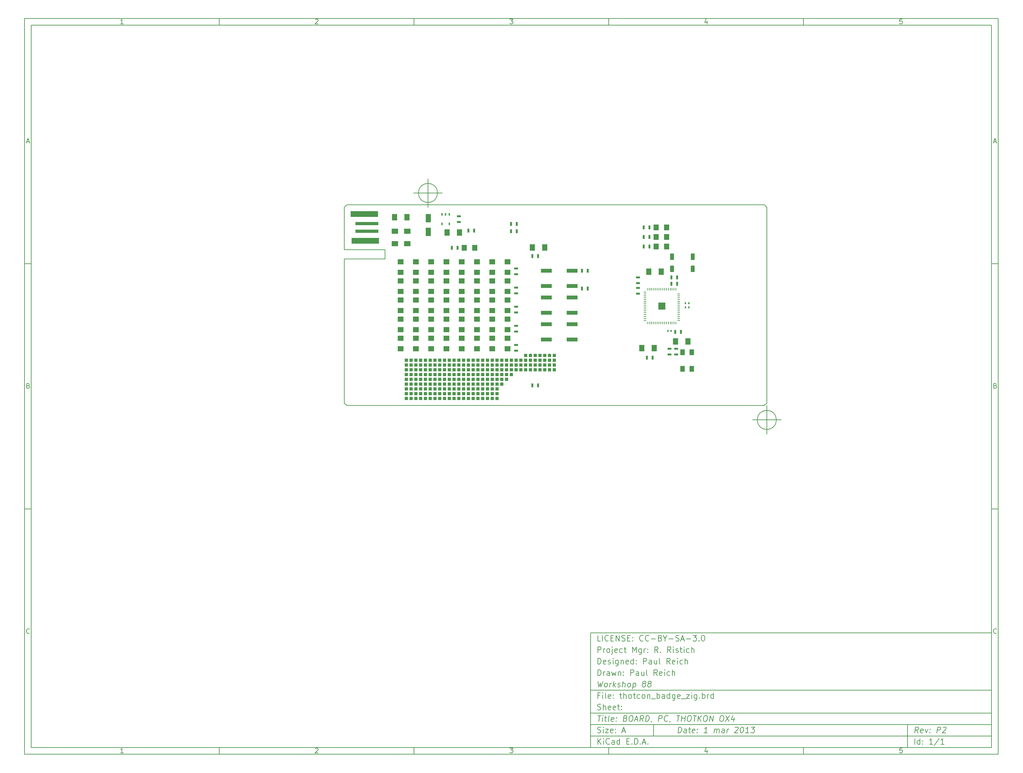
<source format=gtp>
G04 (created by PCBNEW (2012-11-15 BZR 3804)-stable) date Fri 01 Mar 2013 04:47:19 CST*
%MOIN*%
G04 Gerber Fmt 3.4, Leading zero omitted, Abs format*
%FSLAX34Y34*%
G01*
G70*
G90*
G04 APERTURE LIST*
%ADD10C,0.006*%
%ADD11C,0.00590551*%
%ADD12R,0.052X0.07*%
%ADD13R,0.00756693X0.02806*%
%ADD14R,0.02806X0.00756693*%
%ADD15R,0.0747402X0.0747402*%
%ADD16R,0.0476063X0.0617795*%
%ADD17R,0.044063X0.0653228*%
%ADD18R,0.032X0.032*%
%ADD19R,0.0547X0.09016*%
%ADD20R,0.115X0.043*%
%ADD21R,0.016X0.025*%
%ADD22R,0.07X0.052*%
%ADD23R,0.0385X0.0205*%
%ADD24R,0.0205X0.0385*%
%ADD25R,0.01213X0.01924*%
%ADD26R,0.286X0.061*%
%ADD27R,0.241X0.034*%
%ADD28R,0.05461X0.06181*%
%ADD29R,0.06181X0.05461*%
G04 APERTURE END LIST*
G54D10*
X-38750Y36250D02*
X63250Y36250D01*
X63250Y-40750D01*
X-38750Y-40750D01*
X-38750Y36250D01*
X-38050Y35550D02*
X62550Y35550D01*
X62550Y-40050D01*
X-38050Y-40050D01*
X-38050Y35550D01*
X-18350Y36250D02*
X-18350Y35550D01*
X-28407Y35697D02*
X-28692Y35697D01*
X-28550Y35697D02*
X-28550Y36197D01*
X-28597Y36126D01*
X-28645Y36078D01*
X-28692Y36054D01*
X-18350Y-40750D02*
X-18350Y-40050D01*
X-28407Y-40602D02*
X-28692Y-40602D01*
X-28550Y-40602D02*
X-28550Y-40102D01*
X-28597Y-40173D01*
X-28645Y-40221D01*
X-28692Y-40245D01*
X2050Y36250D02*
X2050Y35550D01*
X-8292Y36150D02*
X-8269Y36173D01*
X-8221Y36197D01*
X-8102Y36197D01*
X-8054Y36173D01*
X-8030Y36150D01*
X-8007Y36102D01*
X-8007Y36054D01*
X-8030Y35983D01*
X-8316Y35697D01*
X-8007Y35697D01*
X2050Y-40750D02*
X2050Y-40050D01*
X-8292Y-40150D02*
X-8269Y-40126D01*
X-8221Y-40102D01*
X-8102Y-40102D01*
X-8054Y-40126D01*
X-8030Y-40150D01*
X-8007Y-40197D01*
X-8007Y-40245D01*
X-8030Y-40316D01*
X-8316Y-40602D01*
X-8007Y-40602D01*
X22450Y36250D02*
X22450Y35550D01*
X12083Y36197D02*
X12392Y36197D01*
X12226Y36007D01*
X12297Y36007D01*
X12345Y35983D01*
X12369Y35959D01*
X12392Y35911D01*
X12392Y35792D01*
X12369Y35745D01*
X12345Y35721D01*
X12297Y35697D01*
X12154Y35697D01*
X12107Y35721D01*
X12083Y35745D01*
X22450Y-40750D02*
X22450Y-40050D01*
X12083Y-40102D02*
X12392Y-40102D01*
X12226Y-40292D01*
X12297Y-40292D01*
X12345Y-40316D01*
X12369Y-40340D01*
X12392Y-40388D01*
X12392Y-40507D01*
X12369Y-40554D01*
X12345Y-40578D01*
X12297Y-40602D01*
X12154Y-40602D01*
X12107Y-40578D01*
X12083Y-40554D01*
X42850Y36250D02*
X42850Y35550D01*
X32745Y36030D02*
X32745Y35697D01*
X32626Y36221D02*
X32507Y35864D01*
X32816Y35864D01*
X42850Y-40750D02*
X42850Y-40050D01*
X32745Y-40269D02*
X32745Y-40602D01*
X32626Y-40078D02*
X32507Y-40435D01*
X32816Y-40435D01*
X53169Y36197D02*
X52930Y36197D01*
X52907Y35959D01*
X52930Y35983D01*
X52978Y36007D01*
X53097Y36007D01*
X53145Y35983D01*
X53169Y35959D01*
X53192Y35911D01*
X53192Y35792D01*
X53169Y35745D01*
X53145Y35721D01*
X53097Y35697D01*
X52978Y35697D01*
X52930Y35721D01*
X52907Y35745D01*
X53169Y-40102D02*
X52930Y-40102D01*
X52907Y-40340D01*
X52930Y-40316D01*
X52978Y-40292D01*
X53097Y-40292D01*
X53145Y-40316D01*
X53169Y-40340D01*
X53192Y-40388D01*
X53192Y-40507D01*
X53169Y-40554D01*
X53145Y-40578D01*
X53097Y-40602D01*
X52978Y-40602D01*
X52930Y-40578D01*
X52907Y-40554D01*
X-38750Y10590D02*
X-38050Y10590D01*
X-38519Y23360D02*
X-38280Y23360D01*
X-38566Y23217D02*
X-38399Y23717D01*
X-38233Y23217D01*
X63250Y10590D02*
X62550Y10590D01*
X62780Y23360D02*
X63019Y23360D01*
X62733Y23217D02*
X62900Y23717D01*
X63066Y23217D01*
X-38750Y-15070D02*
X-38050Y-15070D01*
X-38364Y-2180D02*
X-38292Y-2204D01*
X-38269Y-2228D01*
X-38245Y-2275D01*
X-38245Y-2347D01*
X-38269Y-2394D01*
X-38292Y-2418D01*
X-38340Y-2442D01*
X-38530Y-2442D01*
X-38530Y-1942D01*
X-38364Y-1942D01*
X-38316Y-1966D01*
X-38292Y-1990D01*
X-38269Y-2037D01*
X-38269Y-2085D01*
X-38292Y-2132D01*
X-38316Y-2156D01*
X-38364Y-2180D01*
X-38530Y-2180D01*
X63250Y-15070D02*
X62550Y-15070D01*
X62935Y-2180D02*
X63007Y-2204D01*
X63030Y-2228D01*
X63054Y-2275D01*
X63054Y-2347D01*
X63030Y-2394D01*
X63007Y-2418D01*
X62959Y-2442D01*
X62769Y-2442D01*
X62769Y-1942D01*
X62935Y-1942D01*
X62983Y-1966D01*
X63007Y-1990D01*
X63030Y-2037D01*
X63030Y-2085D01*
X63007Y-2132D01*
X62983Y-2156D01*
X62935Y-2180D01*
X62769Y-2180D01*
X-38245Y-28054D02*
X-38269Y-28078D01*
X-38340Y-28102D01*
X-38388Y-28102D01*
X-38459Y-28078D01*
X-38507Y-28030D01*
X-38530Y-27983D01*
X-38554Y-27888D01*
X-38554Y-27816D01*
X-38530Y-27721D01*
X-38507Y-27673D01*
X-38459Y-27626D01*
X-38388Y-27602D01*
X-38340Y-27602D01*
X-38269Y-27626D01*
X-38245Y-27650D01*
X63054Y-28054D02*
X63030Y-28078D01*
X62959Y-28102D01*
X62911Y-28102D01*
X62840Y-28078D01*
X62792Y-28030D01*
X62769Y-27983D01*
X62745Y-27888D01*
X62745Y-27816D01*
X62769Y-27721D01*
X62792Y-27673D01*
X62840Y-27626D01*
X62911Y-27602D01*
X62959Y-27602D01*
X63030Y-27626D01*
X63054Y-27650D01*
X29700Y-38492D02*
X29775Y-37892D01*
X29917Y-37892D01*
X30000Y-37921D01*
X30050Y-37978D01*
X30071Y-38035D01*
X30085Y-38150D01*
X30075Y-38235D01*
X30032Y-38350D01*
X29996Y-38407D01*
X29932Y-38464D01*
X29842Y-38492D01*
X29700Y-38492D01*
X30557Y-38492D02*
X30596Y-38178D01*
X30575Y-38121D01*
X30521Y-38092D01*
X30407Y-38092D01*
X30346Y-38121D01*
X30560Y-38464D02*
X30500Y-38492D01*
X30357Y-38492D01*
X30303Y-38464D01*
X30282Y-38407D01*
X30289Y-38350D01*
X30325Y-38292D01*
X30385Y-38264D01*
X30528Y-38264D01*
X30589Y-38235D01*
X30807Y-38092D02*
X31035Y-38092D01*
X30917Y-37892D02*
X30853Y-38407D01*
X30875Y-38464D01*
X30928Y-38492D01*
X30985Y-38492D01*
X31417Y-38464D02*
X31357Y-38492D01*
X31242Y-38492D01*
X31189Y-38464D01*
X31167Y-38407D01*
X31196Y-38178D01*
X31232Y-38121D01*
X31292Y-38092D01*
X31407Y-38092D01*
X31460Y-38121D01*
X31482Y-38178D01*
X31475Y-38235D01*
X31182Y-38292D01*
X31707Y-38435D02*
X31732Y-38464D01*
X31700Y-38492D01*
X31675Y-38464D01*
X31707Y-38435D01*
X31700Y-38492D01*
X31746Y-38121D02*
X31771Y-38150D01*
X31739Y-38178D01*
X31714Y-38150D01*
X31746Y-38121D01*
X31739Y-38178D01*
X32757Y-38492D02*
X32414Y-38492D01*
X32585Y-38492D02*
X32660Y-37892D01*
X32592Y-37978D01*
X32528Y-38035D01*
X32467Y-38064D01*
X33471Y-38492D02*
X33521Y-38092D01*
X33514Y-38150D02*
X33546Y-38121D01*
X33607Y-38092D01*
X33692Y-38092D01*
X33746Y-38121D01*
X33767Y-38178D01*
X33728Y-38492D01*
X33767Y-38178D02*
X33803Y-38121D01*
X33864Y-38092D01*
X33950Y-38092D01*
X34003Y-38121D01*
X34025Y-38178D01*
X33985Y-38492D01*
X34528Y-38492D02*
X34567Y-38178D01*
X34546Y-38121D01*
X34492Y-38092D01*
X34378Y-38092D01*
X34317Y-38121D01*
X34532Y-38464D02*
X34471Y-38492D01*
X34328Y-38492D01*
X34275Y-38464D01*
X34253Y-38407D01*
X34260Y-38350D01*
X34296Y-38292D01*
X34357Y-38264D01*
X34500Y-38264D01*
X34560Y-38235D01*
X34814Y-38492D02*
X34864Y-38092D01*
X34850Y-38207D02*
X34885Y-38150D01*
X34917Y-38121D01*
X34978Y-38092D01*
X35035Y-38092D01*
X35682Y-37950D02*
X35714Y-37921D01*
X35775Y-37892D01*
X35917Y-37892D01*
X35971Y-37921D01*
X35996Y-37950D01*
X36017Y-38007D01*
X36010Y-38064D01*
X35971Y-38150D01*
X35585Y-38492D01*
X35957Y-38492D01*
X36403Y-37892D02*
X36460Y-37892D01*
X36514Y-37921D01*
X36539Y-37950D01*
X36560Y-38007D01*
X36575Y-38121D01*
X36557Y-38264D01*
X36514Y-38378D01*
X36478Y-38435D01*
X36446Y-38464D01*
X36385Y-38492D01*
X36328Y-38492D01*
X36275Y-38464D01*
X36250Y-38435D01*
X36228Y-38378D01*
X36214Y-38264D01*
X36232Y-38121D01*
X36275Y-38007D01*
X36310Y-37950D01*
X36342Y-37921D01*
X36403Y-37892D01*
X37100Y-38492D02*
X36757Y-38492D01*
X36928Y-38492D02*
X37003Y-37892D01*
X36935Y-37978D01*
X36871Y-38035D01*
X36810Y-38064D01*
X37375Y-37892D02*
X37746Y-37892D01*
X37517Y-38121D01*
X37603Y-38121D01*
X37657Y-38150D01*
X37682Y-38178D01*
X37703Y-38235D01*
X37685Y-38378D01*
X37650Y-38435D01*
X37617Y-38464D01*
X37557Y-38492D01*
X37385Y-38492D01*
X37332Y-38464D01*
X37307Y-38435D01*
X21292Y-39692D02*
X21292Y-39092D01*
X21635Y-39692D02*
X21378Y-39350D01*
X21635Y-39092D02*
X21292Y-39435D01*
X21892Y-39692D02*
X21892Y-39292D01*
X21892Y-39092D02*
X21864Y-39121D01*
X21892Y-39150D01*
X21921Y-39121D01*
X21892Y-39092D01*
X21892Y-39150D01*
X22521Y-39635D02*
X22492Y-39664D01*
X22407Y-39692D01*
X22350Y-39692D01*
X22264Y-39664D01*
X22207Y-39607D01*
X22178Y-39550D01*
X22150Y-39435D01*
X22150Y-39350D01*
X22178Y-39235D01*
X22207Y-39178D01*
X22264Y-39121D01*
X22350Y-39092D01*
X22407Y-39092D01*
X22492Y-39121D01*
X22521Y-39150D01*
X23035Y-39692D02*
X23035Y-39378D01*
X23007Y-39321D01*
X22950Y-39292D01*
X22835Y-39292D01*
X22778Y-39321D01*
X23035Y-39664D02*
X22978Y-39692D01*
X22835Y-39692D01*
X22778Y-39664D01*
X22750Y-39607D01*
X22750Y-39550D01*
X22778Y-39492D01*
X22835Y-39464D01*
X22978Y-39464D01*
X23035Y-39435D01*
X23578Y-39692D02*
X23578Y-39092D01*
X23578Y-39664D02*
X23521Y-39692D01*
X23407Y-39692D01*
X23350Y-39664D01*
X23321Y-39635D01*
X23292Y-39578D01*
X23292Y-39407D01*
X23321Y-39350D01*
X23350Y-39321D01*
X23407Y-39292D01*
X23521Y-39292D01*
X23578Y-39321D01*
X24321Y-39378D02*
X24521Y-39378D01*
X24607Y-39692D02*
X24321Y-39692D01*
X24321Y-39092D01*
X24607Y-39092D01*
X24864Y-39635D02*
X24892Y-39664D01*
X24864Y-39692D01*
X24835Y-39664D01*
X24864Y-39635D01*
X24864Y-39692D01*
X25149Y-39692D02*
X25149Y-39092D01*
X25292Y-39092D01*
X25378Y-39121D01*
X25435Y-39178D01*
X25464Y-39235D01*
X25492Y-39350D01*
X25492Y-39435D01*
X25464Y-39550D01*
X25435Y-39607D01*
X25378Y-39664D01*
X25292Y-39692D01*
X25149Y-39692D01*
X25749Y-39635D02*
X25778Y-39664D01*
X25749Y-39692D01*
X25721Y-39664D01*
X25749Y-39635D01*
X25749Y-39692D01*
X26007Y-39521D02*
X26292Y-39521D01*
X25949Y-39692D02*
X26149Y-39092D01*
X26349Y-39692D01*
X26549Y-39635D02*
X26578Y-39664D01*
X26549Y-39692D01*
X26521Y-39664D01*
X26549Y-39635D01*
X26549Y-39692D01*
X54842Y-38492D02*
X54678Y-38207D01*
X54500Y-38492D02*
X54575Y-37892D01*
X54803Y-37892D01*
X54857Y-37921D01*
X54882Y-37950D01*
X54903Y-38007D01*
X54892Y-38092D01*
X54857Y-38150D01*
X54825Y-38178D01*
X54764Y-38207D01*
X54535Y-38207D01*
X55332Y-38464D02*
X55271Y-38492D01*
X55157Y-38492D01*
X55103Y-38464D01*
X55082Y-38407D01*
X55110Y-38178D01*
X55146Y-38121D01*
X55207Y-38092D01*
X55321Y-38092D01*
X55375Y-38121D01*
X55396Y-38178D01*
X55389Y-38235D01*
X55096Y-38292D01*
X55607Y-38092D02*
X55700Y-38492D01*
X55892Y-38092D01*
X56078Y-38435D02*
X56103Y-38464D01*
X56071Y-38492D01*
X56046Y-38464D01*
X56078Y-38435D01*
X56071Y-38492D01*
X56117Y-38121D02*
X56142Y-38150D01*
X56110Y-38178D01*
X56085Y-38150D01*
X56117Y-38121D01*
X56110Y-38178D01*
X56814Y-38492D02*
X56889Y-37892D01*
X57117Y-37892D01*
X57171Y-37921D01*
X57196Y-37950D01*
X57217Y-38007D01*
X57207Y-38092D01*
X57171Y-38150D01*
X57139Y-38178D01*
X57078Y-38207D01*
X56850Y-38207D01*
X57453Y-37950D02*
X57485Y-37921D01*
X57546Y-37892D01*
X57689Y-37892D01*
X57742Y-37921D01*
X57767Y-37950D01*
X57789Y-38007D01*
X57782Y-38064D01*
X57742Y-38150D01*
X57357Y-38492D01*
X57728Y-38492D01*
X21264Y-38464D02*
X21350Y-38492D01*
X21492Y-38492D01*
X21550Y-38464D01*
X21578Y-38435D01*
X21607Y-38378D01*
X21607Y-38321D01*
X21578Y-38264D01*
X21550Y-38235D01*
X21492Y-38207D01*
X21378Y-38178D01*
X21321Y-38150D01*
X21292Y-38121D01*
X21264Y-38064D01*
X21264Y-38007D01*
X21292Y-37950D01*
X21321Y-37921D01*
X21378Y-37892D01*
X21521Y-37892D01*
X21607Y-37921D01*
X21864Y-38492D02*
X21864Y-38092D01*
X21864Y-37892D02*
X21835Y-37921D01*
X21864Y-37950D01*
X21892Y-37921D01*
X21864Y-37892D01*
X21864Y-37950D01*
X22092Y-38092D02*
X22407Y-38092D01*
X22092Y-38492D01*
X22407Y-38492D01*
X22864Y-38464D02*
X22807Y-38492D01*
X22692Y-38492D01*
X22635Y-38464D01*
X22607Y-38407D01*
X22607Y-38178D01*
X22635Y-38121D01*
X22692Y-38092D01*
X22807Y-38092D01*
X22864Y-38121D01*
X22892Y-38178D01*
X22892Y-38235D01*
X22607Y-38292D01*
X23150Y-38435D02*
X23178Y-38464D01*
X23150Y-38492D01*
X23121Y-38464D01*
X23150Y-38435D01*
X23150Y-38492D01*
X23150Y-38121D02*
X23178Y-38150D01*
X23150Y-38178D01*
X23121Y-38150D01*
X23150Y-38121D01*
X23150Y-38178D01*
X23864Y-38321D02*
X24150Y-38321D01*
X23807Y-38492D02*
X24007Y-37892D01*
X24207Y-38492D01*
X54492Y-39692D02*
X54492Y-39092D01*
X55035Y-39692D02*
X55035Y-39092D01*
X55035Y-39664D02*
X54978Y-39692D01*
X54864Y-39692D01*
X54807Y-39664D01*
X54778Y-39635D01*
X54750Y-39578D01*
X54750Y-39407D01*
X54778Y-39350D01*
X54807Y-39321D01*
X54864Y-39292D01*
X54978Y-39292D01*
X55035Y-39321D01*
X55321Y-39635D02*
X55350Y-39664D01*
X55321Y-39692D01*
X55292Y-39664D01*
X55321Y-39635D01*
X55321Y-39692D01*
X55321Y-39321D02*
X55350Y-39350D01*
X55321Y-39378D01*
X55292Y-39350D01*
X55321Y-39321D01*
X55321Y-39378D01*
X56378Y-39692D02*
X56035Y-39692D01*
X56207Y-39692D02*
X56207Y-39092D01*
X56149Y-39178D01*
X56092Y-39235D01*
X56035Y-39264D01*
X57064Y-39064D02*
X56550Y-39835D01*
X57578Y-39692D02*
X57235Y-39692D01*
X57407Y-39692D02*
X57407Y-39092D01*
X57349Y-39178D01*
X57292Y-39235D01*
X57235Y-39264D01*
X21289Y-36692D02*
X21632Y-36692D01*
X21385Y-37292D02*
X21460Y-36692D01*
X21757Y-37292D02*
X21807Y-36892D01*
X21832Y-36692D02*
X21800Y-36721D01*
X21825Y-36750D01*
X21857Y-36721D01*
X21832Y-36692D01*
X21825Y-36750D01*
X22007Y-36892D02*
X22235Y-36892D01*
X22117Y-36692D02*
X22053Y-37207D01*
X22075Y-37264D01*
X22128Y-37292D01*
X22185Y-37292D01*
X22471Y-37292D02*
X22417Y-37264D01*
X22396Y-37207D01*
X22460Y-36692D01*
X22932Y-37264D02*
X22871Y-37292D01*
X22757Y-37292D01*
X22703Y-37264D01*
X22682Y-37207D01*
X22710Y-36978D01*
X22746Y-36921D01*
X22807Y-36892D01*
X22921Y-36892D01*
X22975Y-36921D01*
X22996Y-36978D01*
X22989Y-37035D01*
X22696Y-37092D01*
X23221Y-37235D02*
X23246Y-37264D01*
X23214Y-37292D01*
X23189Y-37264D01*
X23221Y-37235D01*
X23214Y-37292D01*
X23260Y-36921D02*
X23285Y-36950D01*
X23253Y-36978D01*
X23228Y-36950D01*
X23260Y-36921D01*
X23253Y-36978D01*
X24196Y-36978D02*
X24278Y-37007D01*
X24303Y-37035D01*
X24325Y-37092D01*
X24314Y-37178D01*
X24278Y-37235D01*
X24246Y-37264D01*
X24185Y-37292D01*
X23957Y-37292D01*
X24032Y-36692D01*
X24232Y-36692D01*
X24285Y-36721D01*
X24310Y-36750D01*
X24332Y-36807D01*
X24325Y-36864D01*
X24289Y-36921D01*
X24257Y-36950D01*
X24196Y-36978D01*
X23996Y-36978D01*
X24746Y-36692D02*
X24860Y-36692D01*
X24914Y-36721D01*
X24964Y-36778D01*
X24978Y-36892D01*
X24953Y-37092D01*
X24910Y-37207D01*
X24846Y-37264D01*
X24785Y-37292D01*
X24671Y-37292D01*
X24617Y-37264D01*
X24567Y-37207D01*
X24553Y-37092D01*
X24578Y-36892D01*
X24621Y-36778D01*
X24685Y-36721D01*
X24746Y-36692D01*
X25178Y-37121D02*
X25464Y-37121D01*
X25100Y-37292D02*
X25375Y-36692D01*
X25500Y-37292D01*
X26042Y-37292D02*
X25878Y-37007D01*
X25700Y-37292D02*
X25775Y-36692D01*
X26003Y-36692D01*
X26057Y-36721D01*
X26082Y-36750D01*
X26103Y-36807D01*
X26092Y-36892D01*
X26057Y-36950D01*
X26025Y-36978D01*
X25964Y-37007D01*
X25735Y-37007D01*
X26300Y-37292D02*
X26375Y-36692D01*
X26517Y-36692D01*
X26600Y-36721D01*
X26650Y-36778D01*
X26671Y-36835D01*
X26685Y-36950D01*
X26675Y-37035D01*
X26632Y-37150D01*
X26596Y-37207D01*
X26532Y-37264D01*
X26442Y-37292D01*
X26300Y-37292D01*
X26932Y-37264D02*
X26928Y-37292D01*
X26892Y-37350D01*
X26860Y-37378D01*
X27642Y-37292D02*
X27717Y-36692D01*
X27946Y-36692D01*
X27999Y-36721D01*
X28025Y-36750D01*
X28046Y-36807D01*
X28035Y-36892D01*
X28000Y-36950D01*
X27967Y-36978D01*
X27907Y-37007D01*
X27678Y-37007D01*
X28592Y-37235D02*
X28560Y-37264D01*
X28471Y-37292D01*
X28414Y-37292D01*
X28332Y-37264D01*
X28282Y-37207D01*
X28260Y-37150D01*
X28246Y-37035D01*
X28257Y-36950D01*
X28300Y-36835D01*
X28335Y-36778D01*
X28399Y-36721D01*
X28489Y-36692D01*
X28546Y-36692D01*
X28628Y-36721D01*
X28653Y-36750D01*
X28875Y-37264D02*
X28871Y-37292D01*
X28835Y-37350D01*
X28803Y-37378D01*
X29575Y-36692D02*
X29917Y-36692D01*
X29671Y-37292D02*
X29746Y-36692D01*
X30042Y-37292D02*
X30117Y-36692D01*
X30082Y-36978D02*
X30425Y-36978D01*
X30385Y-37292D02*
X30460Y-36692D01*
X30860Y-36692D02*
X30975Y-36692D01*
X31028Y-36721D01*
X31078Y-36778D01*
X31092Y-36892D01*
X31067Y-37092D01*
X31024Y-37207D01*
X30960Y-37264D01*
X30900Y-37292D01*
X30785Y-37292D01*
X30732Y-37264D01*
X30682Y-37207D01*
X30667Y-37092D01*
X30692Y-36892D01*
X30735Y-36778D01*
X30799Y-36721D01*
X30860Y-36692D01*
X31289Y-36692D02*
X31632Y-36692D01*
X31385Y-37292D02*
X31460Y-36692D01*
X31757Y-37292D02*
X31832Y-36692D01*
X32099Y-37292D02*
X31885Y-36950D01*
X32174Y-36692D02*
X31789Y-37035D01*
X32546Y-36692D02*
X32660Y-36692D01*
X32714Y-36721D01*
X32764Y-36778D01*
X32778Y-36892D01*
X32753Y-37092D01*
X32710Y-37207D01*
X32646Y-37264D01*
X32585Y-37292D01*
X32471Y-37292D01*
X32417Y-37264D01*
X32367Y-37207D01*
X32353Y-37092D01*
X32378Y-36892D01*
X32421Y-36778D01*
X32485Y-36721D01*
X32546Y-36692D01*
X32985Y-37292D02*
X33060Y-36692D01*
X33328Y-37292D01*
X33403Y-36692D01*
X34260Y-36692D02*
X34374Y-36692D01*
X34428Y-36721D01*
X34478Y-36778D01*
X34492Y-36892D01*
X34467Y-37092D01*
X34424Y-37207D01*
X34360Y-37264D01*
X34299Y-37292D01*
X34185Y-37292D01*
X34132Y-37264D01*
X34082Y-37207D01*
X34067Y-37092D01*
X34092Y-36892D01*
X34135Y-36778D01*
X34199Y-36721D01*
X34260Y-36692D01*
X34717Y-36692D02*
X35042Y-37292D01*
X35117Y-36692D02*
X34642Y-37292D01*
X35578Y-36892D02*
X35528Y-37292D01*
X35464Y-36664D02*
X35267Y-37092D01*
X35639Y-37092D01*
X21492Y-34578D02*
X21292Y-34578D01*
X21292Y-34892D02*
X21292Y-34292D01*
X21578Y-34292D01*
X21807Y-34892D02*
X21807Y-34492D01*
X21807Y-34292D02*
X21778Y-34321D01*
X21807Y-34350D01*
X21835Y-34321D01*
X21807Y-34292D01*
X21807Y-34350D01*
X22178Y-34892D02*
X22121Y-34864D01*
X22092Y-34807D01*
X22092Y-34292D01*
X22635Y-34864D02*
X22578Y-34892D01*
X22464Y-34892D01*
X22407Y-34864D01*
X22378Y-34807D01*
X22378Y-34578D01*
X22407Y-34521D01*
X22464Y-34492D01*
X22578Y-34492D01*
X22635Y-34521D01*
X22664Y-34578D01*
X22664Y-34635D01*
X22378Y-34692D01*
X22921Y-34835D02*
X22950Y-34864D01*
X22921Y-34892D01*
X22892Y-34864D01*
X22921Y-34835D01*
X22921Y-34892D01*
X22921Y-34521D02*
X22950Y-34550D01*
X22921Y-34578D01*
X22892Y-34550D01*
X22921Y-34521D01*
X22921Y-34578D01*
X23578Y-34492D02*
X23807Y-34492D01*
X23664Y-34292D02*
X23664Y-34807D01*
X23692Y-34864D01*
X23750Y-34892D01*
X23807Y-34892D01*
X24007Y-34892D02*
X24007Y-34292D01*
X24264Y-34892D02*
X24264Y-34578D01*
X24235Y-34521D01*
X24178Y-34492D01*
X24092Y-34492D01*
X24035Y-34521D01*
X24007Y-34550D01*
X24635Y-34892D02*
X24578Y-34864D01*
X24550Y-34835D01*
X24521Y-34778D01*
X24521Y-34607D01*
X24550Y-34550D01*
X24578Y-34521D01*
X24635Y-34492D01*
X24721Y-34492D01*
X24778Y-34521D01*
X24807Y-34550D01*
X24835Y-34607D01*
X24835Y-34778D01*
X24807Y-34835D01*
X24778Y-34864D01*
X24721Y-34892D01*
X24635Y-34892D01*
X25007Y-34492D02*
X25235Y-34492D01*
X25092Y-34292D02*
X25092Y-34807D01*
X25121Y-34864D01*
X25178Y-34892D01*
X25235Y-34892D01*
X25692Y-34864D02*
X25635Y-34892D01*
X25521Y-34892D01*
X25464Y-34864D01*
X25435Y-34835D01*
X25407Y-34778D01*
X25407Y-34607D01*
X25435Y-34550D01*
X25464Y-34521D01*
X25521Y-34492D01*
X25635Y-34492D01*
X25692Y-34521D01*
X26035Y-34892D02*
X25978Y-34864D01*
X25950Y-34835D01*
X25921Y-34778D01*
X25921Y-34607D01*
X25950Y-34550D01*
X25978Y-34521D01*
X26035Y-34492D01*
X26121Y-34492D01*
X26178Y-34521D01*
X26207Y-34550D01*
X26235Y-34607D01*
X26235Y-34778D01*
X26207Y-34835D01*
X26178Y-34864D01*
X26121Y-34892D01*
X26035Y-34892D01*
X26492Y-34492D02*
X26492Y-34892D01*
X26492Y-34550D02*
X26521Y-34521D01*
X26578Y-34492D01*
X26664Y-34492D01*
X26721Y-34521D01*
X26750Y-34578D01*
X26750Y-34892D01*
X26892Y-34950D02*
X27350Y-34950D01*
X27492Y-34892D02*
X27492Y-34292D01*
X27492Y-34521D02*
X27550Y-34492D01*
X27664Y-34492D01*
X27721Y-34521D01*
X27750Y-34550D01*
X27778Y-34607D01*
X27778Y-34778D01*
X27750Y-34835D01*
X27721Y-34864D01*
X27664Y-34892D01*
X27550Y-34892D01*
X27492Y-34864D01*
X28292Y-34892D02*
X28292Y-34578D01*
X28264Y-34521D01*
X28207Y-34492D01*
X28092Y-34492D01*
X28035Y-34521D01*
X28292Y-34864D02*
X28235Y-34892D01*
X28092Y-34892D01*
X28035Y-34864D01*
X28007Y-34807D01*
X28007Y-34750D01*
X28035Y-34692D01*
X28092Y-34664D01*
X28235Y-34664D01*
X28292Y-34635D01*
X28835Y-34892D02*
X28835Y-34292D01*
X28835Y-34864D02*
X28778Y-34892D01*
X28664Y-34892D01*
X28607Y-34864D01*
X28578Y-34835D01*
X28550Y-34778D01*
X28550Y-34607D01*
X28578Y-34550D01*
X28607Y-34521D01*
X28664Y-34492D01*
X28778Y-34492D01*
X28835Y-34521D01*
X29378Y-34492D02*
X29378Y-34978D01*
X29350Y-35035D01*
X29321Y-35064D01*
X29264Y-35092D01*
X29178Y-35092D01*
X29121Y-35064D01*
X29378Y-34864D02*
X29321Y-34892D01*
X29207Y-34892D01*
X29150Y-34864D01*
X29121Y-34835D01*
X29092Y-34778D01*
X29092Y-34607D01*
X29121Y-34550D01*
X29150Y-34521D01*
X29207Y-34492D01*
X29321Y-34492D01*
X29378Y-34521D01*
X29892Y-34864D02*
X29835Y-34892D01*
X29721Y-34892D01*
X29664Y-34864D01*
X29635Y-34807D01*
X29635Y-34578D01*
X29664Y-34521D01*
X29721Y-34492D01*
X29835Y-34492D01*
X29892Y-34521D01*
X29921Y-34578D01*
X29921Y-34635D01*
X29635Y-34692D01*
X30035Y-34950D02*
X30492Y-34950D01*
X30578Y-34492D02*
X30892Y-34492D01*
X30578Y-34892D01*
X30892Y-34892D01*
X31121Y-34892D02*
X31121Y-34492D01*
X31121Y-34292D02*
X31092Y-34321D01*
X31121Y-34350D01*
X31150Y-34321D01*
X31121Y-34292D01*
X31121Y-34350D01*
X31664Y-34492D02*
X31664Y-34978D01*
X31635Y-35035D01*
X31607Y-35064D01*
X31549Y-35092D01*
X31464Y-35092D01*
X31407Y-35064D01*
X31664Y-34864D02*
X31607Y-34892D01*
X31492Y-34892D01*
X31435Y-34864D01*
X31407Y-34835D01*
X31378Y-34778D01*
X31378Y-34607D01*
X31407Y-34550D01*
X31435Y-34521D01*
X31492Y-34492D01*
X31607Y-34492D01*
X31664Y-34521D01*
X31949Y-34835D02*
X31978Y-34864D01*
X31949Y-34892D01*
X31921Y-34864D01*
X31949Y-34835D01*
X31949Y-34892D01*
X32235Y-34892D02*
X32235Y-34292D01*
X32235Y-34521D02*
X32292Y-34492D01*
X32407Y-34492D01*
X32464Y-34521D01*
X32492Y-34550D01*
X32521Y-34607D01*
X32521Y-34778D01*
X32492Y-34835D01*
X32464Y-34864D01*
X32407Y-34892D01*
X32292Y-34892D01*
X32235Y-34864D01*
X32778Y-34892D02*
X32778Y-34492D01*
X32778Y-34607D02*
X32807Y-34550D01*
X32835Y-34521D01*
X32892Y-34492D01*
X32949Y-34492D01*
X33407Y-34892D02*
X33407Y-34292D01*
X33407Y-34864D02*
X33349Y-34892D01*
X33235Y-34892D01*
X33178Y-34864D01*
X33149Y-34835D01*
X33121Y-34778D01*
X33121Y-34607D01*
X33149Y-34550D01*
X33178Y-34521D01*
X33235Y-34492D01*
X33349Y-34492D01*
X33407Y-34521D01*
X21264Y-36064D02*
X21350Y-36092D01*
X21492Y-36092D01*
X21550Y-36064D01*
X21578Y-36035D01*
X21607Y-35978D01*
X21607Y-35921D01*
X21578Y-35864D01*
X21550Y-35835D01*
X21492Y-35807D01*
X21378Y-35778D01*
X21321Y-35750D01*
X21292Y-35721D01*
X21264Y-35664D01*
X21264Y-35607D01*
X21292Y-35550D01*
X21321Y-35521D01*
X21378Y-35492D01*
X21521Y-35492D01*
X21607Y-35521D01*
X21864Y-36092D02*
X21864Y-35492D01*
X22121Y-36092D02*
X22121Y-35778D01*
X22092Y-35721D01*
X22035Y-35692D01*
X21950Y-35692D01*
X21892Y-35721D01*
X21864Y-35750D01*
X22635Y-36064D02*
X22578Y-36092D01*
X22464Y-36092D01*
X22407Y-36064D01*
X22378Y-36007D01*
X22378Y-35778D01*
X22407Y-35721D01*
X22464Y-35692D01*
X22578Y-35692D01*
X22635Y-35721D01*
X22664Y-35778D01*
X22664Y-35835D01*
X22378Y-35892D01*
X23150Y-36064D02*
X23092Y-36092D01*
X22978Y-36092D01*
X22921Y-36064D01*
X22892Y-36007D01*
X22892Y-35778D01*
X22921Y-35721D01*
X22978Y-35692D01*
X23092Y-35692D01*
X23150Y-35721D01*
X23178Y-35778D01*
X23178Y-35835D01*
X22892Y-35892D01*
X23350Y-35692D02*
X23578Y-35692D01*
X23435Y-35492D02*
X23435Y-36007D01*
X23464Y-36064D01*
X23521Y-36092D01*
X23578Y-36092D01*
X23778Y-36035D02*
X23807Y-36064D01*
X23778Y-36092D01*
X23750Y-36064D01*
X23778Y-36035D01*
X23778Y-36092D01*
X23778Y-35721D02*
X23807Y-35750D01*
X23778Y-35778D01*
X23750Y-35750D01*
X23778Y-35721D01*
X23778Y-35778D01*
X21317Y-33092D02*
X21385Y-33692D01*
X21553Y-33264D01*
X21614Y-33692D01*
X21832Y-33092D01*
X22071Y-33692D02*
X22017Y-33664D01*
X21992Y-33635D01*
X21971Y-33578D01*
X21992Y-33407D01*
X22028Y-33350D01*
X22060Y-33321D01*
X22121Y-33292D01*
X22207Y-33292D01*
X22260Y-33321D01*
X22285Y-33350D01*
X22307Y-33407D01*
X22285Y-33578D01*
X22250Y-33635D01*
X22217Y-33664D01*
X22157Y-33692D01*
X22071Y-33692D01*
X22528Y-33692D02*
X22578Y-33292D01*
X22564Y-33407D02*
X22600Y-33350D01*
X22632Y-33321D01*
X22692Y-33292D01*
X22750Y-33292D01*
X22900Y-33692D02*
X22975Y-33092D01*
X22985Y-33464D02*
X23128Y-33692D01*
X23178Y-33292D02*
X22921Y-33521D01*
X23360Y-33664D02*
X23414Y-33692D01*
X23528Y-33692D01*
X23589Y-33664D01*
X23625Y-33607D01*
X23628Y-33578D01*
X23607Y-33521D01*
X23553Y-33492D01*
X23467Y-33492D01*
X23414Y-33464D01*
X23392Y-33407D01*
X23396Y-33378D01*
X23432Y-33321D01*
X23492Y-33292D01*
X23578Y-33292D01*
X23632Y-33321D01*
X23871Y-33692D02*
X23946Y-33092D01*
X24128Y-33692D02*
X24167Y-33378D01*
X24146Y-33321D01*
X24092Y-33292D01*
X24007Y-33292D01*
X23946Y-33321D01*
X23914Y-33350D01*
X24499Y-33692D02*
X24446Y-33664D01*
X24421Y-33635D01*
X24400Y-33578D01*
X24421Y-33407D01*
X24457Y-33350D01*
X24489Y-33321D01*
X24549Y-33292D01*
X24635Y-33292D01*
X24689Y-33321D01*
X24714Y-33350D01*
X24735Y-33407D01*
X24714Y-33578D01*
X24678Y-33635D01*
X24646Y-33664D01*
X24585Y-33692D01*
X24499Y-33692D01*
X25007Y-33292D02*
X24932Y-33892D01*
X25003Y-33321D02*
X25064Y-33292D01*
X25178Y-33292D01*
X25232Y-33321D01*
X25257Y-33350D01*
X25278Y-33407D01*
X25257Y-33578D01*
X25221Y-33635D01*
X25189Y-33664D01*
X25128Y-33692D01*
X25014Y-33692D01*
X24960Y-33664D01*
X26085Y-33350D02*
X26032Y-33321D01*
X26007Y-33292D01*
X25985Y-33235D01*
X25989Y-33207D01*
X26024Y-33150D01*
X26057Y-33121D01*
X26117Y-33092D01*
X26232Y-33092D01*
X26285Y-33121D01*
X26310Y-33150D01*
X26332Y-33207D01*
X26328Y-33235D01*
X26292Y-33292D01*
X26260Y-33321D01*
X26199Y-33350D01*
X26085Y-33350D01*
X26025Y-33378D01*
X25992Y-33407D01*
X25957Y-33464D01*
X25942Y-33578D01*
X25964Y-33635D01*
X25989Y-33664D01*
X26042Y-33692D01*
X26157Y-33692D01*
X26217Y-33664D01*
X26249Y-33635D01*
X26285Y-33578D01*
X26299Y-33464D01*
X26278Y-33407D01*
X26253Y-33378D01*
X26199Y-33350D01*
X26657Y-33350D02*
X26603Y-33321D01*
X26578Y-33292D01*
X26557Y-33235D01*
X26560Y-33207D01*
X26596Y-33150D01*
X26628Y-33121D01*
X26689Y-33092D01*
X26803Y-33092D01*
X26857Y-33121D01*
X26882Y-33150D01*
X26903Y-33207D01*
X26900Y-33235D01*
X26864Y-33292D01*
X26832Y-33321D01*
X26771Y-33350D01*
X26657Y-33350D01*
X26596Y-33378D01*
X26564Y-33407D01*
X26528Y-33464D01*
X26514Y-33578D01*
X26535Y-33635D01*
X26560Y-33664D01*
X26614Y-33692D01*
X26728Y-33692D01*
X26789Y-33664D01*
X26821Y-33635D01*
X26857Y-33578D01*
X26871Y-33464D01*
X26849Y-33407D01*
X26825Y-33378D01*
X26771Y-33350D01*
X21292Y-32492D02*
X21292Y-31892D01*
X21435Y-31892D01*
X21521Y-31921D01*
X21578Y-31978D01*
X21607Y-32035D01*
X21635Y-32150D01*
X21635Y-32235D01*
X21607Y-32350D01*
X21578Y-32407D01*
X21521Y-32464D01*
X21435Y-32492D01*
X21292Y-32492D01*
X21892Y-32492D02*
X21892Y-32092D01*
X21892Y-32207D02*
X21921Y-32150D01*
X21950Y-32121D01*
X22007Y-32092D01*
X22064Y-32092D01*
X22521Y-32492D02*
X22521Y-32178D01*
X22492Y-32121D01*
X22435Y-32092D01*
X22321Y-32092D01*
X22264Y-32121D01*
X22521Y-32464D02*
X22464Y-32492D01*
X22321Y-32492D01*
X22264Y-32464D01*
X22235Y-32407D01*
X22235Y-32350D01*
X22264Y-32292D01*
X22321Y-32264D01*
X22464Y-32264D01*
X22521Y-32235D01*
X22750Y-32092D02*
X22864Y-32492D01*
X22978Y-32207D01*
X23092Y-32492D01*
X23207Y-32092D01*
X23435Y-32092D02*
X23435Y-32492D01*
X23435Y-32150D02*
X23464Y-32121D01*
X23521Y-32092D01*
X23607Y-32092D01*
X23664Y-32121D01*
X23692Y-32178D01*
X23692Y-32492D01*
X23978Y-32435D02*
X24007Y-32464D01*
X23978Y-32492D01*
X23950Y-32464D01*
X23978Y-32435D01*
X23978Y-32492D01*
X23978Y-32121D02*
X24007Y-32150D01*
X23978Y-32178D01*
X23950Y-32150D01*
X23978Y-32121D01*
X23978Y-32178D01*
X24721Y-32492D02*
X24721Y-31892D01*
X24950Y-31892D01*
X25007Y-31921D01*
X25035Y-31950D01*
X25064Y-32007D01*
X25064Y-32092D01*
X25035Y-32150D01*
X25007Y-32178D01*
X24950Y-32207D01*
X24721Y-32207D01*
X25578Y-32492D02*
X25578Y-32178D01*
X25550Y-32121D01*
X25492Y-32092D01*
X25378Y-32092D01*
X25321Y-32121D01*
X25578Y-32464D02*
X25521Y-32492D01*
X25378Y-32492D01*
X25321Y-32464D01*
X25292Y-32407D01*
X25292Y-32350D01*
X25321Y-32292D01*
X25378Y-32264D01*
X25521Y-32264D01*
X25578Y-32235D01*
X26121Y-32092D02*
X26121Y-32492D01*
X25864Y-32092D02*
X25864Y-32407D01*
X25892Y-32464D01*
X25949Y-32492D01*
X26035Y-32492D01*
X26092Y-32464D01*
X26121Y-32435D01*
X26492Y-32492D02*
X26435Y-32464D01*
X26407Y-32407D01*
X26407Y-31892D01*
X27521Y-32492D02*
X27321Y-32207D01*
X27178Y-32492D02*
X27178Y-31892D01*
X27407Y-31892D01*
X27464Y-31921D01*
X27492Y-31950D01*
X27521Y-32007D01*
X27521Y-32092D01*
X27492Y-32150D01*
X27464Y-32178D01*
X27407Y-32207D01*
X27178Y-32207D01*
X28007Y-32464D02*
X27950Y-32492D01*
X27835Y-32492D01*
X27778Y-32464D01*
X27750Y-32407D01*
X27750Y-32178D01*
X27778Y-32121D01*
X27835Y-32092D01*
X27950Y-32092D01*
X28007Y-32121D01*
X28035Y-32178D01*
X28035Y-32235D01*
X27750Y-32292D01*
X28292Y-32492D02*
X28292Y-32092D01*
X28292Y-31892D02*
X28264Y-31921D01*
X28292Y-31950D01*
X28321Y-31921D01*
X28292Y-31892D01*
X28292Y-31950D01*
X28835Y-32464D02*
X28778Y-32492D01*
X28664Y-32492D01*
X28607Y-32464D01*
X28578Y-32435D01*
X28550Y-32378D01*
X28550Y-32207D01*
X28578Y-32150D01*
X28607Y-32121D01*
X28664Y-32092D01*
X28778Y-32092D01*
X28835Y-32121D01*
X29092Y-32492D02*
X29092Y-31892D01*
X29350Y-32492D02*
X29350Y-32178D01*
X29321Y-32121D01*
X29264Y-32092D01*
X29178Y-32092D01*
X29121Y-32121D01*
X29092Y-32150D01*
X21292Y-31292D02*
X21292Y-30692D01*
X21435Y-30692D01*
X21521Y-30721D01*
X21578Y-30778D01*
X21607Y-30835D01*
X21635Y-30950D01*
X21635Y-31035D01*
X21607Y-31150D01*
X21578Y-31207D01*
X21521Y-31264D01*
X21435Y-31292D01*
X21292Y-31292D01*
X22121Y-31264D02*
X22064Y-31292D01*
X21950Y-31292D01*
X21892Y-31264D01*
X21864Y-31207D01*
X21864Y-30978D01*
X21892Y-30921D01*
X21950Y-30892D01*
X22064Y-30892D01*
X22121Y-30921D01*
X22150Y-30978D01*
X22150Y-31035D01*
X21864Y-31092D01*
X22378Y-31264D02*
X22435Y-31292D01*
X22550Y-31292D01*
X22607Y-31264D01*
X22635Y-31207D01*
X22635Y-31178D01*
X22607Y-31121D01*
X22550Y-31092D01*
X22464Y-31092D01*
X22407Y-31064D01*
X22378Y-31007D01*
X22378Y-30978D01*
X22407Y-30921D01*
X22464Y-30892D01*
X22550Y-30892D01*
X22607Y-30921D01*
X22892Y-31292D02*
X22892Y-30892D01*
X22892Y-30692D02*
X22864Y-30721D01*
X22892Y-30750D01*
X22921Y-30721D01*
X22892Y-30692D01*
X22892Y-30750D01*
X23435Y-30892D02*
X23435Y-31378D01*
X23407Y-31435D01*
X23378Y-31464D01*
X23321Y-31492D01*
X23235Y-31492D01*
X23178Y-31464D01*
X23435Y-31264D02*
X23378Y-31292D01*
X23264Y-31292D01*
X23207Y-31264D01*
X23178Y-31235D01*
X23150Y-31178D01*
X23150Y-31007D01*
X23178Y-30950D01*
X23207Y-30921D01*
X23264Y-30892D01*
X23378Y-30892D01*
X23435Y-30921D01*
X23721Y-30892D02*
X23721Y-31292D01*
X23721Y-30950D02*
X23750Y-30921D01*
X23807Y-30892D01*
X23892Y-30892D01*
X23950Y-30921D01*
X23978Y-30978D01*
X23978Y-31292D01*
X24492Y-31264D02*
X24435Y-31292D01*
X24321Y-31292D01*
X24264Y-31264D01*
X24235Y-31207D01*
X24235Y-30978D01*
X24264Y-30921D01*
X24321Y-30892D01*
X24435Y-30892D01*
X24492Y-30921D01*
X24521Y-30978D01*
X24521Y-31035D01*
X24235Y-31092D01*
X25035Y-31292D02*
X25035Y-30692D01*
X25035Y-31264D02*
X24978Y-31292D01*
X24864Y-31292D01*
X24807Y-31264D01*
X24778Y-31235D01*
X24750Y-31178D01*
X24750Y-31007D01*
X24778Y-30950D01*
X24807Y-30921D01*
X24864Y-30892D01*
X24978Y-30892D01*
X25035Y-30921D01*
X25321Y-31235D02*
X25350Y-31264D01*
X25321Y-31292D01*
X25292Y-31264D01*
X25321Y-31235D01*
X25321Y-31292D01*
X25321Y-30921D02*
X25350Y-30950D01*
X25321Y-30978D01*
X25292Y-30950D01*
X25321Y-30921D01*
X25321Y-30978D01*
X26064Y-31292D02*
X26064Y-30692D01*
X26292Y-30692D01*
X26349Y-30721D01*
X26378Y-30750D01*
X26407Y-30807D01*
X26407Y-30892D01*
X26378Y-30950D01*
X26349Y-30978D01*
X26292Y-31007D01*
X26064Y-31007D01*
X26921Y-31292D02*
X26921Y-30978D01*
X26892Y-30921D01*
X26835Y-30892D01*
X26721Y-30892D01*
X26664Y-30921D01*
X26921Y-31264D02*
X26864Y-31292D01*
X26721Y-31292D01*
X26664Y-31264D01*
X26635Y-31207D01*
X26635Y-31150D01*
X26664Y-31092D01*
X26721Y-31064D01*
X26864Y-31064D01*
X26921Y-31035D01*
X27464Y-30892D02*
X27464Y-31292D01*
X27207Y-30892D02*
X27207Y-31207D01*
X27235Y-31264D01*
X27292Y-31292D01*
X27378Y-31292D01*
X27435Y-31264D01*
X27464Y-31235D01*
X27835Y-31292D02*
X27778Y-31264D01*
X27749Y-31207D01*
X27749Y-30692D01*
X28864Y-31292D02*
X28664Y-31007D01*
X28521Y-31292D02*
X28521Y-30692D01*
X28750Y-30692D01*
X28807Y-30721D01*
X28835Y-30750D01*
X28864Y-30807D01*
X28864Y-30892D01*
X28835Y-30950D01*
X28807Y-30978D01*
X28750Y-31007D01*
X28521Y-31007D01*
X29350Y-31264D02*
X29292Y-31292D01*
X29178Y-31292D01*
X29121Y-31264D01*
X29092Y-31207D01*
X29092Y-30978D01*
X29121Y-30921D01*
X29178Y-30892D01*
X29292Y-30892D01*
X29350Y-30921D01*
X29378Y-30978D01*
X29378Y-31035D01*
X29092Y-31092D01*
X29635Y-31292D02*
X29635Y-30892D01*
X29635Y-30692D02*
X29607Y-30721D01*
X29635Y-30750D01*
X29664Y-30721D01*
X29635Y-30692D01*
X29635Y-30750D01*
X30178Y-31264D02*
X30121Y-31292D01*
X30007Y-31292D01*
X29950Y-31264D01*
X29921Y-31235D01*
X29892Y-31178D01*
X29892Y-31007D01*
X29921Y-30950D01*
X29950Y-30921D01*
X30007Y-30892D01*
X30121Y-30892D01*
X30178Y-30921D01*
X30435Y-31292D02*
X30435Y-30692D01*
X30692Y-31292D02*
X30692Y-30978D01*
X30664Y-30921D01*
X30607Y-30892D01*
X30521Y-30892D01*
X30464Y-30921D01*
X30435Y-30950D01*
X21292Y-30092D02*
X21292Y-29492D01*
X21521Y-29492D01*
X21578Y-29521D01*
X21607Y-29550D01*
X21635Y-29607D01*
X21635Y-29692D01*
X21607Y-29750D01*
X21578Y-29778D01*
X21521Y-29807D01*
X21292Y-29807D01*
X21892Y-30092D02*
X21892Y-29692D01*
X21892Y-29807D02*
X21921Y-29750D01*
X21950Y-29721D01*
X22007Y-29692D01*
X22064Y-29692D01*
X22350Y-30092D02*
X22292Y-30064D01*
X22264Y-30035D01*
X22235Y-29978D01*
X22235Y-29807D01*
X22264Y-29750D01*
X22292Y-29721D01*
X22350Y-29692D01*
X22435Y-29692D01*
X22492Y-29721D01*
X22521Y-29750D01*
X22550Y-29807D01*
X22550Y-29978D01*
X22521Y-30035D01*
X22492Y-30064D01*
X22435Y-30092D01*
X22350Y-30092D01*
X22807Y-29692D02*
X22807Y-30207D01*
X22778Y-30264D01*
X22721Y-30292D01*
X22692Y-30292D01*
X22807Y-29492D02*
X22778Y-29521D01*
X22807Y-29550D01*
X22835Y-29521D01*
X22807Y-29492D01*
X22807Y-29550D01*
X23321Y-30064D02*
X23264Y-30092D01*
X23150Y-30092D01*
X23092Y-30064D01*
X23064Y-30007D01*
X23064Y-29778D01*
X23092Y-29721D01*
X23150Y-29692D01*
X23264Y-29692D01*
X23321Y-29721D01*
X23350Y-29778D01*
X23350Y-29835D01*
X23064Y-29892D01*
X23864Y-30064D02*
X23807Y-30092D01*
X23692Y-30092D01*
X23635Y-30064D01*
X23607Y-30035D01*
X23578Y-29978D01*
X23578Y-29807D01*
X23607Y-29750D01*
X23635Y-29721D01*
X23692Y-29692D01*
X23807Y-29692D01*
X23864Y-29721D01*
X24035Y-29692D02*
X24264Y-29692D01*
X24121Y-29492D02*
X24121Y-30007D01*
X24150Y-30064D01*
X24207Y-30092D01*
X24264Y-30092D01*
X24921Y-30092D02*
X24921Y-29492D01*
X25121Y-29921D01*
X25321Y-29492D01*
X25321Y-30092D01*
X25864Y-29692D02*
X25864Y-30178D01*
X25835Y-30235D01*
X25807Y-30264D01*
X25750Y-30292D01*
X25664Y-30292D01*
X25607Y-30264D01*
X25864Y-30064D02*
X25807Y-30092D01*
X25692Y-30092D01*
X25635Y-30064D01*
X25607Y-30035D01*
X25578Y-29978D01*
X25578Y-29807D01*
X25607Y-29750D01*
X25635Y-29721D01*
X25692Y-29692D01*
X25807Y-29692D01*
X25864Y-29721D01*
X26150Y-30092D02*
X26150Y-29692D01*
X26150Y-29807D02*
X26178Y-29750D01*
X26207Y-29721D01*
X26264Y-29692D01*
X26321Y-29692D01*
X26521Y-30035D02*
X26550Y-30064D01*
X26521Y-30092D01*
X26492Y-30064D01*
X26521Y-30035D01*
X26521Y-30092D01*
X26521Y-29721D02*
X26550Y-29750D01*
X26521Y-29778D01*
X26492Y-29750D01*
X26521Y-29721D01*
X26521Y-29778D01*
X27607Y-30092D02*
X27407Y-29807D01*
X27264Y-30092D02*
X27264Y-29492D01*
X27492Y-29492D01*
X27550Y-29521D01*
X27578Y-29550D01*
X27607Y-29607D01*
X27607Y-29692D01*
X27578Y-29750D01*
X27550Y-29778D01*
X27492Y-29807D01*
X27264Y-29807D01*
X27864Y-30035D02*
X27892Y-30064D01*
X27864Y-30092D01*
X27835Y-30064D01*
X27864Y-30035D01*
X27864Y-30092D01*
X28950Y-30092D02*
X28750Y-29807D01*
X28607Y-30092D02*
X28607Y-29492D01*
X28835Y-29492D01*
X28892Y-29521D01*
X28921Y-29550D01*
X28950Y-29607D01*
X28950Y-29692D01*
X28921Y-29750D01*
X28892Y-29778D01*
X28835Y-29807D01*
X28607Y-29807D01*
X29207Y-30092D02*
X29207Y-29692D01*
X29207Y-29492D02*
X29178Y-29521D01*
X29207Y-29550D01*
X29235Y-29521D01*
X29207Y-29492D01*
X29207Y-29550D01*
X29464Y-30064D02*
X29521Y-30092D01*
X29635Y-30092D01*
X29692Y-30064D01*
X29721Y-30007D01*
X29721Y-29978D01*
X29692Y-29921D01*
X29635Y-29892D01*
X29550Y-29892D01*
X29492Y-29864D01*
X29464Y-29807D01*
X29464Y-29778D01*
X29492Y-29721D01*
X29550Y-29692D01*
X29635Y-29692D01*
X29692Y-29721D01*
X29892Y-29692D02*
X30121Y-29692D01*
X29978Y-29492D02*
X29978Y-30007D01*
X30007Y-30064D01*
X30064Y-30092D01*
X30121Y-30092D01*
X30321Y-30092D02*
X30321Y-29692D01*
X30321Y-29492D02*
X30292Y-29521D01*
X30321Y-29550D01*
X30350Y-29521D01*
X30321Y-29492D01*
X30321Y-29550D01*
X30864Y-30064D02*
X30807Y-30092D01*
X30692Y-30092D01*
X30635Y-30064D01*
X30607Y-30035D01*
X30578Y-29978D01*
X30578Y-29807D01*
X30607Y-29750D01*
X30635Y-29721D01*
X30692Y-29692D01*
X30807Y-29692D01*
X30864Y-29721D01*
X31121Y-30092D02*
X31121Y-29492D01*
X31378Y-30092D02*
X31378Y-29778D01*
X31350Y-29721D01*
X31292Y-29692D01*
X31207Y-29692D01*
X31150Y-29721D01*
X31121Y-29750D01*
X21578Y-28892D02*
X21292Y-28892D01*
X21292Y-28292D01*
X21778Y-28892D02*
X21778Y-28292D01*
X22407Y-28835D02*
X22378Y-28864D01*
X22292Y-28892D01*
X22235Y-28892D01*
X22149Y-28864D01*
X22092Y-28807D01*
X22064Y-28750D01*
X22035Y-28635D01*
X22035Y-28550D01*
X22064Y-28435D01*
X22092Y-28378D01*
X22149Y-28321D01*
X22235Y-28292D01*
X22292Y-28292D01*
X22378Y-28321D01*
X22407Y-28350D01*
X22664Y-28578D02*
X22864Y-28578D01*
X22949Y-28892D02*
X22664Y-28892D01*
X22664Y-28292D01*
X22949Y-28292D01*
X23207Y-28892D02*
X23207Y-28292D01*
X23549Y-28892D01*
X23549Y-28292D01*
X23807Y-28864D02*
X23892Y-28892D01*
X24035Y-28892D01*
X24092Y-28864D01*
X24121Y-28835D01*
X24149Y-28778D01*
X24149Y-28721D01*
X24121Y-28664D01*
X24092Y-28635D01*
X24035Y-28607D01*
X23921Y-28578D01*
X23864Y-28550D01*
X23835Y-28521D01*
X23807Y-28464D01*
X23807Y-28407D01*
X23835Y-28350D01*
X23864Y-28321D01*
X23921Y-28292D01*
X24064Y-28292D01*
X24149Y-28321D01*
X24407Y-28578D02*
X24607Y-28578D01*
X24692Y-28892D02*
X24407Y-28892D01*
X24407Y-28292D01*
X24692Y-28292D01*
X24949Y-28835D02*
X24978Y-28864D01*
X24949Y-28892D01*
X24921Y-28864D01*
X24949Y-28835D01*
X24949Y-28892D01*
X24949Y-28521D02*
X24978Y-28550D01*
X24949Y-28578D01*
X24921Y-28550D01*
X24949Y-28521D01*
X24949Y-28578D01*
X26035Y-28835D02*
X26007Y-28864D01*
X25921Y-28892D01*
X25864Y-28892D01*
X25778Y-28864D01*
X25721Y-28807D01*
X25692Y-28750D01*
X25664Y-28635D01*
X25664Y-28550D01*
X25692Y-28435D01*
X25721Y-28378D01*
X25778Y-28321D01*
X25864Y-28292D01*
X25921Y-28292D01*
X26007Y-28321D01*
X26035Y-28350D01*
X26635Y-28835D02*
X26607Y-28864D01*
X26521Y-28892D01*
X26464Y-28892D01*
X26378Y-28864D01*
X26321Y-28807D01*
X26292Y-28750D01*
X26264Y-28635D01*
X26264Y-28550D01*
X26292Y-28435D01*
X26321Y-28378D01*
X26378Y-28321D01*
X26464Y-28292D01*
X26521Y-28292D01*
X26607Y-28321D01*
X26635Y-28350D01*
X26892Y-28664D02*
X27349Y-28664D01*
X27835Y-28578D02*
X27921Y-28607D01*
X27949Y-28635D01*
X27978Y-28692D01*
X27978Y-28778D01*
X27949Y-28835D01*
X27921Y-28864D01*
X27864Y-28892D01*
X27635Y-28892D01*
X27635Y-28292D01*
X27835Y-28292D01*
X27892Y-28321D01*
X27921Y-28350D01*
X27949Y-28407D01*
X27949Y-28464D01*
X27921Y-28521D01*
X27892Y-28550D01*
X27835Y-28578D01*
X27635Y-28578D01*
X28349Y-28607D02*
X28349Y-28892D01*
X28149Y-28292D02*
X28349Y-28607D01*
X28549Y-28292D01*
X28749Y-28664D02*
X29207Y-28664D01*
X29464Y-28864D02*
X29549Y-28892D01*
X29692Y-28892D01*
X29749Y-28864D01*
X29778Y-28835D01*
X29807Y-28778D01*
X29807Y-28721D01*
X29778Y-28664D01*
X29749Y-28635D01*
X29692Y-28607D01*
X29578Y-28578D01*
X29521Y-28550D01*
X29492Y-28521D01*
X29464Y-28464D01*
X29464Y-28407D01*
X29492Y-28350D01*
X29521Y-28321D01*
X29578Y-28292D01*
X29721Y-28292D01*
X29807Y-28321D01*
X30035Y-28721D02*
X30321Y-28721D01*
X29978Y-28892D02*
X30178Y-28292D01*
X30378Y-28892D01*
X30578Y-28664D02*
X31035Y-28664D01*
X31264Y-28292D02*
X31635Y-28292D01*
X31435Y-28521D01*
X31521Y-28521D01*
X31578Y-28550D01*
X31607Y-28578D01*
X31635Y-28635D01*
X31635Y-28778D01*
X31607Y-28835D01*
X31578Y-28864D01*
X31521Y-28892D01*
X31350Y-28892D01*
X31292Y-28864D01*
X31264Y-28835D01*
X31892Y-28835D02*
X31921Y-28864D01*
X31892Y-28892D01*
X31864Y-28864D01*
X31892Y-28835D01*
X31892Y-28892D01*
X32292Y-28292D02*
X32350Y-28292D01*
X32407Y-28321D01*
X32435Y-28350D01*
X32464Y-28407D01*
X32492Y-28521D01*
X32492Y-28664D01*
X32464Y-28778D01*
X32435Y-28835D01*
X32407Y-28864D01*
X32350Y-28892D01*
X32292Y-28892D01*
X32235Y-28864D01*
X32207Y-28835D01*
X32178Y-28778D01*
X32150Y-28664D01*
X32150Y-28521D01*
X32178Y-28407D01*
X32207Y-28350D01*
X32235Y-28321D01*
X32292Y-28292D01*
X20550Y-28050D02*
X20550Y-40050D01*
X20550Y-34050D02*
X62550Y-34050D01*
X20550Y-28050D02*
X62550Y-28050D01*
X20550Y-36450D02*
X62550Y-36450D01*
X53750Y-37650D02*
X53750Y-40050D01*
X20550Y-38850D02*
X62550Y-38850D01*
X20550Y-37650D02*
X62550Y-37650D01*
X27150Y-37650D02*
X27150Y-38850D01*
X4500Y18000D02*
G75*
G03X4500Y18000I-1000J0D01*
G74*
G01*
X2000Y18000D02*
X5000Y18000D01*
X3500Y19500D02*
X3500Y16500D01*
X40000Y-5750D02*
G75*
G03X40000Y-5750I-1000J0D01*
G74*
G01*
X37500Y-5750D02*
X40500Y-5750D01*
X39000Y-4250D02*
X39000Y-7250D01*
X39000Y16500D02*
X38750Y16750D01*
X38750Y-4250D02*
X39000Y-4000D01*
X-5000Y-4250D02*
X-5250Y-4000D01*
X-5250Y16500D02*
X-5000Y16750D01*
X-5250Y11100D02*
X-5250Y-4000D01*
X-5250Y16500D02*
X-5250Y12050D01*
X-1000Y11100D02*
X-5250Y11100D01*
X-1000Y12050D02*
X-1000Y11100D01*
X-5250Y12050D02*
X-1000Y12050D01*
X38750Y16750D02*
X-5000Y16750D01*
X39000Y-4000D02*
X39000Y16500D01*
G54D11*
X-5000Y-4250D02*
X38750Y-4250D01*
G54D12*
X15750Y12300D03*
X14450Y12300D03*
G54D13*
X28098Y4378D03*
X28295Y4378D03*
X28688Y4378D03*
X28492Y4378D03*
X29279Y4378D03*
X29476Y4378D03*
X29082Y4378D03*
X28885Y4378D03*
X27311Y4378D03*
X27507Y4378D03*
X27901Y4378D03*
X27704Y4378D03*
X26917Y4378D03*
X27114Y4378D03*
X26720Y4378D03*
G54D14*
X29771Y4673D03*
X29771Y4870D03*
X29771Y5264D03*
X29771Y5461D03*
X29771Y5657D03*
X29771Y5854D03*
X29771Y7232D03*
X29771Y7429D03*
G54D13*
X29476Y7921D03*
X29279Y7921D03*
X28885Y7921D03*
G54D14*
X29771Y5067D03*
G54D13*
X26917Y7921D03*
X26720Y7921D03*
G54D14*
X26228Y7035D03*
X26228Y6838D03*
X26228Y6642D03*
X26228Y6445D03*
X26228Y6248D03*
X26228Y6051D03*
X26228Y5854D03*
X29771Y6051D03*
X29771Y6248D03*
X29771Y6445D03*
X29771Y6642D03*
X29771Y6838D03*
G54D13*
X28688Y7921D03*
X28492Y7921D03*
X28295Y7921D03*
X28098Y7921D03*
X26523Y7921D03*
G54D14*
X26228Y7626D03*
X26228Y7429D03*
X26228Y7232D03*
X26228Y5657D03*
X26228Y5461D03*
X26228Y5264D03*
X26228Y5067D03*
X26228Y4870D03*
X26228Y4673D03*
G54D13*
X26523Y4378D03*
G54D15*
X28000Y6150D03*
G54D13*
X27901Y7921D03*
X27704Y7921D03*
X27507Y7921D03*
X27311Y7921D03*
X27114Y7921D03*
X29082Y7921D03*
G54D14*
X29771Y7035D03*
G54D16*
X31122Y-416D03*
X31122Y1316D03*
X30178Y1316D03*
X30178Y-416D03*
G54D17*
X29067Y10070D03*
X31232Y10070D03*
X31232Y11329D03*
X29067Y11329D03*
G54D18*
X10250Y-3000D03*
X10750Y-3000D03*
X9750Y-3000D03*
X9250Y-3000D03*
X6250Y-3000D03*
X6750Y-3000D03*
X5750Y-3000D03*
X5250Y-3000D03*
X7250Y-3000D03*
X7750Y-3000D03*
X8750Y-3000D03*
X8250Y-3000D03*
X4250Y-3000D03*
X4750Y-3000D03*
X3750Y-3000D03*
X3250Y-3000D03*
X1250Y-3000D03*
X1750Y-3000D03*
X2750Y-3000D03*
X2250Y-3000D03*
G54D19*
X3550Y15359D03*
X3550Y13941D03*
G54D20*
X18600Y2650D03*
X15900Y4250D03*
X18600Y4250D03*
X15900Y2650D03*
X18600Y5450D03*
X15900Y7050D03*
X18600Y7050D03*
X15900Y5450D03*
X18600Y8250D03*
X15900Y9850D03*
X18600Y9850D03*
X15900Y8250D03*
G54D21*
X5725Y15750D03*
X4975Y15750D03*
X5725Y14750D03*
X5350Y15750D03*
X4975Y14750D03*
G54D12*
X0Y15450D03*
X1300Y15450D03*
X25900Y1750D03*
X27200Y1750D03*
X27950Y9750D03*
X26650Y9750D03*
X6800Y13850D03*
X5500Y13850D03*
G54D22*
X50Y14000D03*
X50Y12700D03*
X1350Y14000D03*
X1350Y12700D03*
G54D23*
X29500Y1100D03*
X29500Y1700D03*
G54D24*
X29400Y3450D03*
X30000Y3450D03*
G54D23*
X6750Y14950D03*
X6750Y15550D03*
G54D24*
X29600Y9150D03*
X29000Y9150D03*
G54D23*
X28800Y1100D03*
X28800Y1700D03*
G54D24*
X29600Y8500D03*
X29000Y8500D03*
G54D23*
X25500Y7450D03*
X25500Y8050D03*
G54D24*
X26100Y14400D03*
X26700Y14400D03*
X27050Y750D03*
X26450Y750D03*
X19650Y9850D03*
X20250Y9850D03*
X6000Y12250D03*
X6600Y12250D03*
G54D23*
X12750Y2100D03*
X12750Y1500D03*
G54D24*
X7750Y14050D03*
X8350Y14050D03*
X19650Y8000D03*
X20250Y8000D03*
X14450Y11400D03*
X15050Y11400D03*
G54D23*
X25500Y8550D03*
X25500Y9150D03*
X12750Y8100D03*
X12750Y7500D03*
G54D24*
X12800Y14750D03*
X12200Y14750D03*
X12800Y14000D03*
X12200Y14000D03*
G54D23*
X12750Y4100D03*
X12750Y3500D03*
G54D24*
X15050Y-2150D03*
X14450Y-2150D03*
G54D23*
X12750Y6100D03*
X12750Y5500D03*
G54D24*
X26100Y12400D03*
X26700Y12400D03*
X26100Y13400D03*
X26700Y13400D03*
G54D23*
X12750Y10100D03*
X12750Y9500D03*
G54D25*
X30473Y6475D03*
X30827Y6475D03*
X28977Y3550D03*
X28623Y3550D03*
X30473Y6025D03*
X30827Y6025D03*
G54D12*
X30750Y2450D03*
X29450Y2450D03*
G54D26*
X-3150Y15800D03*
G54D27*
X-2900Y14800D03*
X-2900Y14000D03*
G54D26*
X-3050Y13000D03*
G54D18*
X2250Y-3500D03*
X2250Y-2500D03*
X2250Y-2000D03*
X2250Y-1500D03*
X2250Y-1000D03*
X2250Y-500D03*
X2250Y0D03*
X2250Y500D03*
X2750Y500D03*
X2750Y0D03*
X2750Y-500D03*
X2750Y-1000D03*
X2750Y-1500D03*
X2750Y-2000D03*
X2750Y-2500D03*
X2750Y-3500D03*
X1750Y-3500D03*
X1750Y-2500D03*
X1750Y-2000D03*
X1750Y-1500D03*
X1750Y-1000D03*
X1750Y-500D03*
X1750Y0D03*
X1750Y500D03*
X1250Y500D03*
X1250Y0D03*
X1250Y-1000D03*
X1250Y-1500D03*
X1250Y-2000D03*
X1250Y-2500D03*
X1250Y-3500D03*
X3250Y-3500D03*
X3250Y-2500D03*
X3250Y-2000D03*
X3250Y-1500D03*
X3250Y-1000D03*
X3250Y-500D03*
X3250Y0D03*
X3250Y500D03*
X3750Y500D03*
X3750Y0D03*
X3750Y-500D03*
X3750Y-1000D03*
X3750Y-1500D03*
X3750Y-2000D03*
X3750Y-2500D03*
X3750Y-3500D03*
X4750Y-3500D03*
X4750Y-2500D03*
X4750Y-2000D03*
X4750Y-1500D03*
X4750Y-1000D03*
X4750Y-500D03*
X4750Y0D03*
X4750Y500D03*
X4250Y500D03*
X4250Y0D03*
X4250Y-500D03*
X4250Y-1000D03*
X4250Y-1500D03*
X4250Y-2000D03*
X4250Y-2500D03*
X4250Y-3500D03*
X8250Y-3500D03*
X8250Y-2500D03*
X8250Y-2000D03*
X8250Y-1500D03*
X8250Y-1000D03*
X8250Y-500D03*
X8250Y0D03*
X8250Y500D03*
X8750Y500D03*
X8750Y0D03*
X8750Y-500D03*
X8750Y-1000D03*
X8750Y-1500D03*
X8750Y-2000D03*
X8750Y-2500D03*
X8750Y-3500D03*
X7750Y-3500D03*
X7750Y-2500D03*
X7750Y-2000D03*
X7750Y-1500D03*
X7750Y-1000D03*
X7750Y-500D03*
X7750Y0D03*
X7750Y500D03*
X7250Y500D03*
X7250Y0D03*
X7250Y-500D03*
X7250Y-1000D03*
X7250Y-1500D03*
X7250Y-2000D03*
X7250Y-2500D03*
X7250Y-3500D03*
X5250Y-3500D03*
X5250Y-2500D03*
X5250Y-2000D03*
X5250Y-1500D03*
X5250Y-1000D03*
X5250Y-500D03*
X5250Y0D03*
X5250Y500D03*
X5750Y500D03*
X5750Y0D03*
X5750Y-500D03*
X5750Y-1000D03*
X5750Y-1500D03*
X5750Y-2000D03*
X5750Y-2500D03*
X5750Y-3500D03*
X6750Y-3500D03*
X6750Y-2500D03*
X6750Y-2000D03*
X6750Y-1500D03*
X6750Y-1000D03*
X6750Y-500D03*
X6750Y0D03*
X6750Y500D03*
X6250Y500D03*
X6250Y0D03*
X6250Y-500D03*
X6250Y-1000D03*
X6250Y-1500D03*
X6250Y-2000D03*
X6250Y-2500D03*
X6250Y-3500D03*
X9250Y-3500D03*
X9250Y-2500D03*
X9250Y-2000D03*
X9250Y-1500D03*
X9250Y-1000D03*
X9250Y-500D03*
X9250Y0D03*
X9250Y500D03*
X9750Y500D03*
X9750Y0D03*
X9750Y-500D03*
X9750Y-1000D03*
X9750Y-1500D03*
X9750Y-2000D03*
X9750Y-2500D03*
X9750Y-3500D03*
X10750Y-3500D03*
X10750Y-2500D03*
X10750Y-2000D03*
X10750Y-1500D03*
X10750Y-1000D03*
X10750Y-500D03*
X10750Y0D03*
X10750Y500D03*
X10250Y500D03*
X10250Y0D03*
X10250Y-500D03*
X10250Y-1000D03*
X10250Y-1500D03*
X10250Y-2000D03*
X10250Y-2500D03*
X10250Y-3500D03*
X14250Y0D03*
X14250Y500D03*
X14750Y500D03*
X14750Y0D03*
X13750Y0D03*
X13750Y500D03*
X13250Y500D03*
X13250Y0D03*
X11250Y0D03*
X11250Y500D03*
X11750Y500D03*
X11750Y0D03*
X12750Y0D03*
X12750Y500D03*
X12250Y500D03*
X12250Y0D03*
X12250Y-500D03*
X12750Y-500D03*
X11750Y-500D03*
X11250Y-500D03*
X13250Y-500D03*
X13750Y-500D03*
X14750Y-500D03*
X14250Y-500D03*
X16250Y-500D03*
X16750Y-500D03*
X15750Y-500D03*
X15250Y-500D03*
X15250Y0D03*
X15250Y500D03*
X15750Y500D03*
X15750Y0D03*
X16750Y0D03*
X16750Y1000D03*
X16250Y500D03*
X16250Y0D03*
X11250Y-1000D03*
X11750Y-1000D03*
X11250Y-1500D03*
X11750Y-1500D03*
X12250Y-1000D03*
X11250Y-2000D03*
X15750Y1000D03*
X16250Y1000D03*
X15250Y1000D03*
X14750Y1000D03*
X14250Y1000D03*
X13750Y1000D03*
X16750Y500D03*
X1250Y-500D03*
G54D28*
X27391Y14400D03*
X28509Y14400D03*
X27391Y13400D03*
X28509Y13400D03*
G54D29*
X11850Y9691D03*
X11850Y10809D03*
G54D28*
X7291Y12250D03*
X8409Y12250D03*
G54D29*
X3850Y1691D03*
X3850Y2809D03*
X7050Y3691D03*
X7050Y4809D03*
X7050Y1691D03*
X7050Y2809D03*
X5450Y9691D03*
X5450Y10809D03*
X5450Y7691D03*
X5450Y8809D03*
X5450Y5691D03*
X5450Y6809D03*
X5450Y1691D03*
X5450Y2809D03*
X3850Y9691D03*
X3850Y10809D03*
X3850Y7691D03*
X3850Y8809D03*
X3850Y5691D03*
X3850Y6809D03*
X3850Y3691D03*
X3850Y4809D03*
X7050Y5691D03*
X7050Y6809D03*
X2250Y9691D03*
X2250Y10809D03*
X2250Y7691D03*
X2250Y8809D03*
X2250Y5691D03*
X2250Y6809D03*
X2250Y3691D03*
X2250Y4809D03*
X2250Y1691D03*
X2250Y2809D03*
X650Y9691D03*
X650Y10809D03*
X650Y7691D03*
X650Y8809D03*
X650Y5691D03*
X650Y6809D03*
X650Y3691D03*
X650Y4809D03*
X650Y1691D03*
X650Y2809D03*
X10250Y5691D03*
X10250Y6809D03*
X10250Y3691D03*
X10250Y4809D03*
X5450Y3691D03*
X5450Y4809D03*
X11850Y7691D03*
X11850Y8809D03*
X11850Y5691D03*
X11850Y6809D03*
X11850Y3691D03*
X11850Y4809D03*
X11850Y1691D03*
X11850Y2809D03*
X10250Y9691D03*
X10250Y10809D03*
X10250Y7691D03*
X10250Y8809D03*
X10250Y1691D03*
X10250Y2809D03*
X8650Y9691D03*
X8650Y10809D03*
X8650Y5691D03*
X8650Y6809D03*
X8650Y3691D03*
X8650Y4809D03*
X8650Y1691D03*
X8650Y2809D03*
X7050Y9691D03*
X7050Y10809D03*
X7050Y7691D03*
X7050Y8809D03*
G54D28*
X27391Y12400D03*
X28509Y12400D03*
G54D29*
X8650Y7691D03*
X8650Y8809D03*
M02*

</source>
